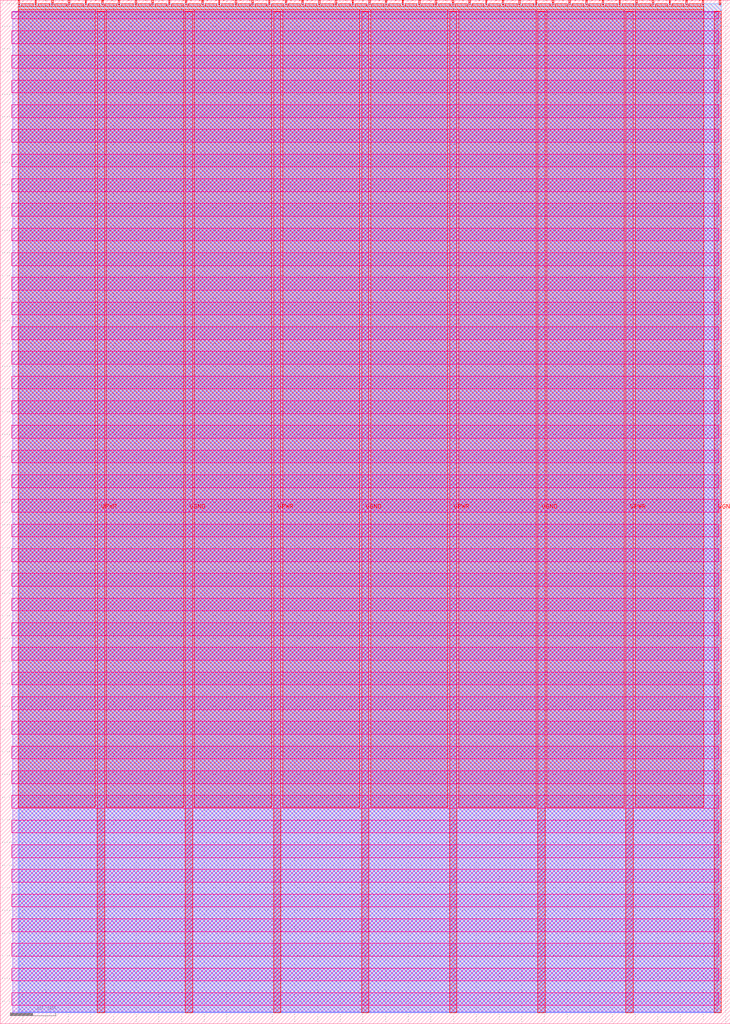
<source format=lef>
VERSION 5.7 ;
  NOWIREEXTENSIONATPIN ON ;
  DIVIDERCHAR "/" ;
  BUSBITCHARS "[]" ;
MACRO tt_um_mitssdd
  CLASS BLOCK ;
  FOREIGN tt_um_mitssdd ;
  ORIGIN 0.000 0.000 ;
  SIZE 161.000 BY 225.760 ;
  PIN VGND
    DIRECTION INOUT ;
    USE GROUND ;
    PORT
      LAYER met4 ;
        RECT 40.830 2.480 42.430 223.280 ;
    END
    PORT
      LAYER met4 ;
        RECT 79.700 2.480 81.300 223.280 ;
    END
    PORT
      LAYER met4 ;
        RECT 118.570 2.480 120.170 223.280 ;
    END
    PORT
      LAYER met4 ;
        RECT 157.440 2.480 159.040 223.280 ;
    END
  END VGND
  PIN VPWR
    DIRECTION INOUT ;
    USE POWER ;
    PORT
      LAYER met4 ;
        RECT 21.395 2.480 22.995 223.280 ;
    END
    PORT
      LAYER met4 ;
        RECT 60.265 2.480 61.865 223.280 ;
    END
    PORT
      LAYER met4 ;
        RECT 99.135 2.480 100.735 223.280 ;
    END
    PORT
      LAYER met4 ;
        RECT 138.005 2.480 139.605 223.280 ;
    END
  END VPWR
  PIN clk
    DIRECTION INPUT ;
    USE SIGNAL ;
    ANTENNAGATEAREA 0.852000 ;
    PORT
      LAYER met4 ;
        RECT 154.870 224.760 155.170 225.760 ;
    END
  END clk
  PIN ena
    DIRECTION INPUT ;
    USE SIGNAL ;
    PORT
      LAYER met4 ;
        RECT 158.550 224.760 158.850 225.760 ;
    END
  END ena
  PIN rst_n
    DIRECTION INPUT ;
    USE SIGNAL ;
    ANTENNAGATEAREA 0.213000 ;
    PORT
      LAYER met4 ;
        RECT 151.190 224.760 151.490 225.760 ;
    END
  END rst_n
  PIN ui_in[0]
    DIRECTION INPUT ;
    USE SIGNAL ;
    ANTENNAGATEAREA 0.213000 ;
    PORT
      LAYER met4 ;
        RECT 147.510 224.760 147.810 225.760 ;
    END
  END ui_in[0]
  PIN ui_in[1]
    DIRECTION INPUT ;
    USE SIGNAL ;
    ANTENNAGATEAREA 0.159000 ;
    PORT
      LAYER met4 ;
        RECT 143.830 224.760 144.130 225.760 ;
    END
  END ui_in[1]
  PIN ui_in[2]
    DIRECTION INPUT ;
    USE SIGNAL ;
    ANTENNAGATEAREA 0.159000 ;
    PORT
      LAYER met4 ;
        RECT 140.150 224.760 140.450 225.760 ;
    END
  END ui_in[2]
  PIN ui_in[3]
    DIRECTION INPUT ;
    USE SIGNAL ;
    ANTENNAGATEAREA 0.159000 ;
    PORT
      LAYER met4 ;
        RECT 136.470 224.760 136.770 225.760 ;
    END
  END ui_in[3]
  PIN ui_in[4]
    DIRECTION INPUT ;
    USE SIGNAL ;
    ANTENNAGATEAREA 0.159000 ;
    PORT
      LAYER met4 ;
        RECT 132.790 224.760 133.090 225.760 ;
    END
  END ui_in[4]
  PIN ui_in[5]
    DIRECTION INPUT ;
    USE SIGNAL ;
    ANTENNAGATEAREA 0.159000 ;
    PORT
      LAYER met4 ;
        RECT 129.110 224.760 129.410 225.760 ;
    END
  END ui_in[5]
  PIN ui_in[6]
    DIRECTION INPUT ;
    USE SIGNAL ;
    ANTENNAGATEAREA 0.159000 ;
    PORT
      LAYER met4 ;
        RECT 125.430 224.760 125.730 225.760 ;
    END
  END ui_in[6]
  PIN ui_in[7]
    DIRECTION INPUT ;
    USE SIGNAL ;
    ANTENNAGATEAREA 0.159000 ;
    PORT
      LAYER met4 ;
        RECT 121.750 224.760 122.050 225.760 ;
    END
  END ui_in[7]
  PIN uio_in[0]
    DIRECTION INPUT ;
    USE SIGNAL ;
    ANTENNAGATEAREA 0.196500 ;
    PORT
      LAYER met4 ;
        RECT 118.070 224.760 118.370 225.760 ;
    END
  END uio_in[0]
  PIN uio_in[1]
    DIRECTION INPUT ;
    USE SIGNAL ;
    ANTENNAGATEAREA 0.196500 ;
    PORT
      LAYER met4 ;
        RECT 114.390 224.760 114.690 225.760 ;
    END
  END uio_in[1]
  PIN uio_in[2]
    DIRECTION INPUT ;
    USE SIGNAL ;
    PORT
      LAYER met4 ;
        RECT 110.710 224.760 111.010 225.760 ;
    END
  END uio_in[2]
  PIN uio_in[3]
    DIRECTION INPUT ;
    USE SIGNAL ;
    PORT
      LAYER met4 ;
        RECT 107.030 224.760 107.330 225.760 ;
    END
  END uio_in[3]
  PIN uio_in[4]
    DIRECTION INPUT ;
    USE SIGNAL ;
    PORT
      LAYER met4 ;
        RECT 103.350 224.760 103.650 225.760 ;
    END
  END uio_in[4]
  PIN uio_in[5]
    DIRECTION INPUT ;
    USE SIGNAL ;
    PORT
      LAYER met4 ;
        RECT 99.670 224.760 99.970 225.760 ;
    END
  END uio_in[5]
  PIN uio_in[6]
    DIRECTION INPUT ;
    USE SIGNAL ;
    PORT
      LAYER met4 ;
        RECT 95.990 224.760 96.290 225.760 ;
    END
  END uio_in[6]
  PIN uio_in[7]
    DIRECTION INPUT ;
    USE SIGNAL ;
    PORT
      LAYER met4 ;
        RECT 92.310 224.760 92.610 225.760 ;
    END
  END uio_in[7]
  PIN uio_oe[0]
    DIRECTION OUTPUT TRISTATE ;
    USE SIGNAL ;
    PORT
      LAYER met4 ;
        RECT 29.750 224.760 30.050 225.760 ;
    END
  END uio_oe[0]
  PIN uio_oe[1]
    DIRECTION OUTPUT TRISTATE ;
    USE SIGNAL ;
    PORT
      LAYER met4 ;
        RECT 26.070 224.760 26.370 225.760 ;
    END
  END uio_oe[1]
  PIN uio_oe[2]
    DIRECTION OUTPUT TRISTATE ;
    USE SIGNAL ;
    PORT
      LAYER met4 ;
        RECT 22.390 224.760 22.690 225.760 ;
    END
  END uio_oe[2]
  PIN uio_oe[3]
    DIRECTION OUTPUT TRISTATE ;
    USE SIGNAL ;
    PORT
      LAYER met4 ;
        RECT 18.710 224.760 19.010 225.760 ;
    END
  END uio_oe[3]
  PIN uio_oe[4]
    DIRECTION OUTPUT TRISTATE ;
    USE SIGNAL ;
    PORT
      LAYER met4 ;
        RECT 15.030 224.760 15.330 225.760 ;
    END
  END uio_oe[4]
  PIN uio_oe[5]
    DIRECTION OUTPUT TRISTATE ;
    USE SIGNAL ;
    PORT
      LAYER met4 ;
        RECT 11.350 224.760 11.650 225.760 ;
    END
  END uio_oe[5]
  PIN uio_oe[6]
    DIRECTION OUTPUT TRISTATE ;
    USE SIGNAL ;
    PORT
      LAYER met4 ;
        RECT 7.670 224.760 7.970 225.760 ;
    END
  END uio_oe[6]
  PIN uio_oe[7]
    DIRECTION OUTPUT TRISTATE ;
    USE SIGNAL ;
    PORT
      LAYER met4 ;
        RECT 3.990 224.760 4.290 225.760 ;
    END
  END uio_oe[7]
  PIN uio_out[0]
    DIRECTION OUTPUT TRISTATE ;
    USE SIGNAL ;
    PORT
      LAYER met4 ;
        RECT 59.190 224.760 59.490 225.760 ;
    END
  END uio_out[0]
  PIN uio_out[1]
    DIRECTION OUTPUT TRISTATE ;
    USE SIGNAL ;
    PORT
      LAYER met4 ;
        RECT 55.510 224.760 55.810 225.760 ;
    END
  END uio_out[1]
  PIN uio_out[2]
    DIRECTION OUTPUT TRISTATE ;
    USE SIGNAL ;
    PORT
      LAYER met4 ;
        RECT 51.830 224.760 52.130 225.760 ;
    END
  END uio_out[2]
  PIN uio_out[3]
    DIRECTION OUTPUT TRISTATE ;
    USE SIGNAL ;
    PORT
      LAYER met4 ;
        RECT 48.150 224.760 48.450 225.760 ;
    END
  END uio_out[3]
  PIN uio_out[4]
    DIRECTION OUTPUT TRISTATE ;
    USE SIGNAL ;
    PORT
      LAYER met4 ;
        RECT 44.470 224.760 44.770 225.760 ;
    END
  END uio_out[4]
  PIN uio_out[5]
    DIRECTION OUTPUT TRISTATE ;
    USE SIGNAL ;
    PORT
      LAYER met4 ;
        RECT 40.790 224.760 41.090 225.760 ;
    END
  END uio_out[5]
  PIN uio_out[6]
    DIRECTION OUTPUT TRISTATE ;
    USE SIGNAL ;
    PORT
      LAYER met4 ;
        RECT 37.110 224.760 37.410 225.760 ;
    END
  END uio_out[6]
  PIN uio_out[7]
    DIRECTION OUTPUT TRISTATE ;
    USE SIGNAL ;
    PORT
      LAYER met4 ;
        RECT 33.430 224.760 33.730 225.760 ;
    END
  END uio_out[7]
  PIN uo_out[0]
    DIRECTION OUTPUT TRISTATE ;
    USE SIGNAL ;
    ANTENNADIFFAREA 0.795200 ;
    PORT
      LAYER met4 ;
        RECT 88.630 224.760 88.930 225.760 ;
    END
  END uo_out[0]
  PIN uo_out[1]
    DIRECTION OUTPUT TRISTATE ;
    USE SIGNAL ;
    ANTENNAGATEAREA 0.247500 ;
    ANTENNADIFFAREA 0.891000 ;
    PORT
      LAYER met4 ;
        RECT 84.950 224.760 85.250 225.760 ;
    END
  END uo_out[1]
  PIN uo_out[2]
    DIRECTION OUTPUT TRISTATE ;
    USE SIGNAL ;
    ANTENNAGATEAREA 0.247500 ;
    ANTENNADIFFAREA 0.891000 ;
    PORT
      LAYER met4 ;
        RECT 81.270 224.760 81.570 225.760 ;
    END
  END uo_out[2]
  PIN uo_out[3]
    DIRECTION OUTPUT TRISTATE ;
    USE SIGNAL ;
    ANTENNAGATEAREA 0.495000 ;
    ANTENNADIFFAREA 0.891000 ;
    PORT
      LAYER met4 ;
        RECT 77.590 224.760 77.890 225.760 ;
    END
  END uo_out[3]
  PIN uo_out[4]
    DIRECTION OUTPUT TRISTATE ;
    USE SIGNAL ;
    ANTENNAGATEAREA 0.247500 ;
    ANTENNADIFFAREA 0.891000 ;
    PORT
      LAYER met4 ;
        RECT 73.910 224.760 74.210 225.760 ;
    END
  END uo_out[4]
  PIN uo_out[5]
    DIRECTION OUTPUT TRISTATE ;
    USE SIGNAL ;
    ANTENNAGATEAREA 0.247500 ;
    ANTENNADIFFAREA 0.891000 ;
    PORT
      LAYER met4 ;
        RECT 70.230 224.760 70.530 225.760 ;
    END
  END uo_out[5]
  PIN uo_out[6]
    DIRECTION OUTPUT TRISTATE ;
    USE SIGNAL ;
    PORT
      LAYER met4 ;
        RECT 66.550 224.760 66.850 225.760 ;
    END
  END uo_out[6]
  PIN uo_out[7]
    DIRECTION OUTPUT TRISTATE ;
    USE SIGNAL ;
    PORT
      LAYER met4 ;
        RECT 62.870 224.760 63.170 225.760 ;
    END
  END uo_out[7]
  OBS
      LAYER nwell ;
        RECT 2.570 221.625 158.430 223.230 ;
        RECT 2.570 216.185 158.430 219.015 ;
        RECT 2.570 210.745 158.430 213.575 ;
        RECT 2.570 205.305 158.430 208.135 ;
        RECT 2.570 199.865 158.430 202.695 ;
        RECT 2.570 194.425 158.430 197.255 ;
        RECT 2.570 188.985 158.430 191.815 ;
        RECT 2.570 183.545 158.430 186.375 ;
        RECT 2.570 178.105 158.430 180.935 ;
        RECT 2.570 172.665 158.430 175.495 ;
        RECT 2.570 167.225 158.430 170.055 ;
        RECT 2.570 161.785 158.430 164.615 ;
        RECT 2.570 156.345 158.430 159.175 ;
        RECT 2.570 150.905 158.430 153.735 ;
        RECT 2.570 145.465 158.430 148.295 ;
        RECT 2.570 140.025 158.430 142.855 ;
        RECT 2.570 134.585 158.430 137.415 ;
        RECT 2.570 129.145 158.430 131.975 ;
        RECT 2.570 123.705 158.430 126.535 ;
        RECT 2.570 118.265 158.430 121.095 ;
        RECT 2.570 112.825 158.430 115.655 ;
        RECT 2.570 107.385 158.430 110.215 ;
        RECT 2.570 101.945 158.430 104.775 ;
        RECT 2.570 96.505 158.430 99.335 ;
        RECT 2.570 91.065 158.430 93.895 ;
        RECT 2.570 85.625 158.430 88.455 ;
        RECT 2.570 80.185 158.430 83.015 ;
        RECT 2.570 74.745 158.430 77.575 ;
        RECT 2.570 69.305 158.430 72.135 ;
        RECT 2.570 63.865 158.430 66.695 ;
        RECT 2.570 58.425 158.430 61.255 ;
        RECT 2.570 52.985 158.430 55.815 ;
        RECT 2.570 47.545 158.430 50.375 ;
        RECT 2.570 42.105 158.430 44.935 ;
        RECT 2.570 36.665 158.430 39.495 ;
        RECT 2.570 31.225 158.430 34.055 ;
        RECT 2.570 25.785 158.430 28.615 ;
        RECT 2.570 20.345 158.430 23.175 ;
        RECT 2.570 14.905 158.430 17.735 ;
        RECT 2.570 9.465 158.430 12.295 ;
        RECT 2.570 4.025 158.430 6.855 ;
      LAYER li1 ;
        RECT 2.760 2.635 158.240 223.125 ;
      LAYER met1 ;
        RECT 2.760 2.480 159.040 223.280 ;
      LAYER met2 ;
        RECT 4.230 2.535 159.010 224.925 ;
      LAYER met3 ;
        RECT 3.950 2.555 159.030 224.905 ;
      LAYER met4 ;
        RECT 4.690 224.360 7.270 224.905 ;
        RECT 8.370 224.360 10.950 224.905 ;
        RECT 12.050 224.360 14.630 224.905 ;
        RECT 15.730 224.360 18.310 224.905 ;
        RECT 19.410 224.360 21.990 224.905 ;
        RECT 23.090 224.360 25.670 224.905 ;
        RECT 26.770 224.360 29.350 224.905 ;
        RECT 30.450 224.360 33.030 224.905 ;
        RECT 34.130 224.360 36.710 224.905 ;
        RECT 37.810 224.360 40.390 224.905 ;
        RECT 41.490 224.360 44.070 224.905 ;
        RECT 45.170 224.360 47.750 224.905 ;
        RECT 48.850 224.360 51.430 224.905 ;
        RECT 52.530 224.360 55.110 224.905 ;
        RECT 56.210 224.360 58.790 224.905 ;
        RECT 59.890 224.360 62.470 224.905 ;
        RECT 63.570 224.360 66.150 224.905 ;
        RECT 67.250 224.360 69.830 224.905 ;
        RECT 70.930 224.360 73.510 224.905 ;
        RECT 74.610 224.360 77.190 224.905 ;
        RECT 78.290 224.360 80.870 224.905 ;
        RECT 81.970 224.360 84.550 224.905 ;
        RECT 85.650 224.360 88.230 224.905 ;
        RECT 89.330 224.360 91.910 224.905 ;
        RECT 93.010 224.360 95.590 224.905 ;
        RECT 96.690 224.360 99.270 224.905 ;
        RECT 100.370 224.360 102.950 224.905 ;
        RECT 104.050 224.360 106.630 224.905 ;
        RECT 107.730 224.360 110.310 224.905 ;
        RECT 111.410 224.360 113.990 224.905 ;
        RECT 115.090 224.360 117.670 224.905 ;
        RECT 118.770 224.360 121.350 224.905 ;
        RECT 122.450 224.360 125.030 224.905 ;
        RECT 126.130 224.360 128.710 224.905 ;
        RECT 129.810 224.360 132.390 224.905 ;
        RECT 133.490 224.360 136.070 224.905 ;
        RECT 137.170 224.360 139.750 224.905 ;
        RECT 140.850 224.360 143.430 224.905 ;
        RECT 144.530 224.360 147.110 224.905 ;
        RECT 148.210 224.360 150.790 224.905 ;
        RECT 151.890 224.360 154.470 224.905 ;
        RECT 3.975 223.680 155.185 224.360 ;
        RECT 3.975 47.775 20.995 223.680 ;
        RECT 23.395 47.775 40.430 223.680 ;
        RECT 42.830 47.775 59.865 223.680 ;
        RECT 62.265 47.775 79.300 223.680 ;
        RECT 81.700 47.775 98.735 223.680 ;
        RECT 101.135 47.775 118.170 223.680 ;
        RECT 120.570 47.775 137.605 223.680 ;
        RECT 140.005 47.775 155.185 223.680 ;
  END
END tt_um_mitssdd
END LIBRARY


</source>
